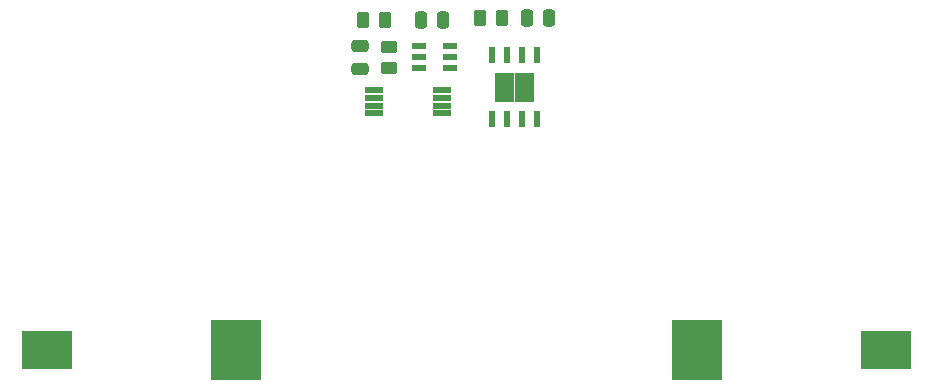
<source format=gbr>
%TF.GenerationSoftware,KiCad,Pcbnew,7.0.9*%
%TF.CreationDate,2024-05-06T23:46:12-05:00*%
%TF.ProjectId,CONTROL WIFI ESP32 S3 V4.0,434f4e54-524f-44c2-9057-494649204553,rev?*%
%TF.SameCoordinates,Original*%
%TF.FileFunction,Paste,Bot*%
%TF.FilePolarity,Positive*%
%FSLAX46Y46*%
G04 Gerber Fmt 4.6, Leading zero omitted, Abs format (unit mm)*
G04 Created by KiCad (PCBNEW 7.0.9) date 2024-05-06 23:46:12*
%MOMM*%
%LPD*%
G01*
G04 APERTURE LIST*
G04 Aperture macros list*
%AMRoundRect*
0 Rectangle with rounded corners*
0 $1 Rounding radius*
0 $2 $3 $4 $5 $6 $7 $8 $9 X,Y pos of 4 corners*
0 Add a 4 corners polygon primitive as box body*
4,1,4,$2,$3,$4,$5,$6,$7,$8,$9,$2,$3,0*
0 Add four circle primitives for the rounded corners*
1,1,$1+$1,$2,$3*
1,1,$1+$1,$4,$5*
1,1,$1+$1,$6,$7*
1,1,$1+$1,$8,$9*
0 Add four rect primitives between the rounded corners*
20,1,$1+$1,$2,$3,$4,$5,0*
20,1,$1+$1,$4,$5,$6,$7,0*
20,1,$1+$1,$6,$7,$8,$9,0*
20,1,$1+$1,$8,$9,$2,$3,0*%
G04 Aperture macros list end*
%ADD10C,0.100000*%
%ADD11RoundRect,0.250000X-0.475000X0.250000X-0.475000X-0.250000X0.475000X-0.250000X0.475000X0.250000X0*%
%ADD12R,0.558800X1.460500*%
%ADD13R,4.240000X5.200000*%
%ADD14R,4.240000X3.300000*%
%ADD15RoundRect,0.250000X-0.450000X0.262500X-0.450000X-0.262500X0.450000X-0.262500X0.450000X0.262500X0*%
%ADD16RoundRect,0.020000X-0.760000X-0.180000X0.760000X-0.180000X0.760000X0.180000X-0.760000X0.180000X0*%
%ADD17RoundRect,0.250000X-0.250000X-0.475000X0.250000X-0.475000X0.250000X0.475000X-0.250000X0.475000X0*%
%ADD18RoundRect,0.250000X0.262500X0.450000X-0.262500X0.450000X-0.262500X-0.450000X0.262500X-0.450000X0*%
%ADD19R,1.200000X0.550000*%
G04 APERTURE END LIST*
%TO.C,U2*%
D10*
X81766800Y-107657300D02*
X80265000Y-107657300D01*
X80265000Y-105342700D01*
X81766800Y-105342700D01*
X81766800Y-107657300D01*
G36*
X81766800Y-107657300D02*
G01*
X80265000Y-107657300D01*
X80265000Y-105342700D01*
X81766800Y-105342700D01*
X81766800Y-107657300D01*
G37*
X80065000Y-107657300D02*
X78563200Y-107657300D01*
X78563200Y-105342700D01*
X80065000Y-105342700D01*
X80065000Y-107657300D01*
G36*
X80065000Y-107657300D02*
G01*
X78563200Y-107657300D01*
X78563200Y-105342700D01*
X80065000Y-105342700D01*
X80065000Y-107657300D01*
G37*
%TD*%
D11*
%TO.C,C12*%
X67100000Y-103050000D03*
X67100000Y-104950000D03*
%TD*%
D12*
%TO.C,U2*%
X78260000Y-103775850D03*
X79530000Y-103775850D03*
X80800000Y-103775850D03*
X82070000Y-103775850D03*
X82070000Y-109224150D03*
X80800000Y-109224150D03*
X79530000Y-109224150D03*
X78260000Y-109224150D03*
%TD*%
D13*
%TO.C,BT2*%
X95650000Y-128765000D03*
D14*
X111660000Y-128765000D03*
%TD*%
D15*
%TO.C,R6*%
X69600000Y-103087500D03*
X69600000Y-104912500D03*
%TD*%
D16*
%TO.C,Q1*%
X68270000Y-108740000D03*
X68270000Y-108090000D03*
X68270000Y-107440000D03*
X68270000Y-106790000D03*
X74030000Y-106790000D03*
X74030000Y-107440000D03*
X74030000Y-108090000D03*
X74030000Y-108740000D03*
%TD*%
D17*
%TO.C,C11*%
X72250000Y-100825000D03*
X74150000Y-100825000D03*
%TD*%
%TO.C,C4*%
X81250000Y-100665000D03*
X83150000Y-100665000D03*
%TD*%
D13*
%TO.C,BT1*%
X56650000Y-128765000D03*
D14*
X40640000Y-128765000D03*
%TD*%
D18*
%TO.C,R2*%
X79127346Y-100665000D03*
X77302346Y-100665000D03*
%TD*%
D19*
%TO.C,IC1*%
X72100000Y-104915000D03*
X72100000Y-103965000D03*
X72100000Y-103015000D03*
X74700000Y-103015000D03*
X74700000Y-103965000D03*
X74700000Y-104915000D03*
%TD*%
D18*
%TO.C,R7*%
X69212500Y-100825000D03*
X67387500Y-100825000D03*
%TD*%
M02*

</source>
